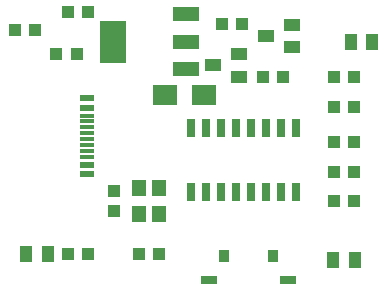
<source format=gbr>
G04 EAGLE Gerber RS-274X export*
G75*
%MOMM*%
%FSLAX34Y34*%
%LPD*%
%INSolderpaste Top*%
%IPPOS*%
%AMOC8*
5,1,8,0,0,1.08239X$1,22.5*%
G01*
%ADD10R,1.100000X1.000000*%
%ADD11R,1.000000X1.100000*%
%ADD12R,0.635000X1.524000*%
%ADD13R,1.400000X1.000000*%
%ADD14R,1.100000X1.450000*%
%ADD15R,2.150000X1.800000*%
%ADD16R,2.235000X1.219000*%
%ADD17R,2.200000X3.600000*%
%ADD18R,1.150000X0.600000*%
%ADD19R,1.150000X0.300000*%
%ADD20R,1.200000X1.400000*%
%ADD21R,0.900000X1.000000*%
%ADD22R,1.450000X0.800000*%


D10*
X133500Y30000D03*
X116500Y30000D03*
D11*
X238500Y180000D03*
X221500Y180000D03*
D12*
X236750Y136950D03*
X211350Y83050D03*
X249450Y136950D03*
X224050Y136950D03*
X211350Y136950D03*
X224050Y83050D03*
X198650Y83050D03*
X185950Y83050D03*
X185950Y136950D03*
X160550Y83050D03*
X198650Y136950D03*
X173250Y136950D03*
X173250Y83050D03*
X160550Y136950D03*
X236750Y83050D03*
X249450Y83050D03*
D13*
X179000Y190000D03*
X201000Y199500D03*
X201000Y180500D03*
X224000Y215000D03*
X246000Y224500D03*
X246000Y205500D03*
D11*
X95000Y83500D03*
X95000Y66500D03*
X203500Y225000D03*
X186500Y225000D03*
D14*
X281000Y25000D03*
X299000Y25000D03*
D10*
X73500Y235000D03*
X56500Y235000D03*
D15*
X138750Y165000D03*
X171250Y165000D03*
D11*
X298500Y75000D03*
X281500Y75000D03*
D10*
X281500Y155000D03*
X298500Y155000D03*
D14*
X296000Y210000D03*
X314000Y210000D03*
D11*
X298500Y180000D03*
X281500Y180000D03*
D16*
X155990Y186890D03*
X155990Y210000D03*
X155990Y233110D03*
D17*
X94010Y210000D03*
D14*
X21000Y30000D03*
X39000Y30000D03*
D11*
X56500Y30000D03*
X73500Y30000D03*
D18*
X72550Y162000D03*
X72550Y98000D03*
X72550Y154000D03*
X72550Y106000D03*
D19*
X72550Y127500D03*
X72550Y132500D03*
X72550Y122500D03*
X72550Y117500D03*
X72550Y112500D03*
X72550Y137500D03*
X72550Y142500D03*
X72550Y147500D03*
D20*
X133500Y64000D03*
X133500Y86000D03*
X116500Y86000D03*
X116500Y64000D03*
D11*
X298500Y100000D03*
X281500Y100000D03*
X298500Y125000D03*
X281500Y125000D03*
D21*
X188000Y28500D03*
X230000Y28500D03*
D22*
X175250Y8000D03*
X242750Y8000D03*
D11*
X11500Y220000D03*
X28500Y220000D03*
X46500Y200000D03*
X63500Y200000D03*
M02*

</source>
